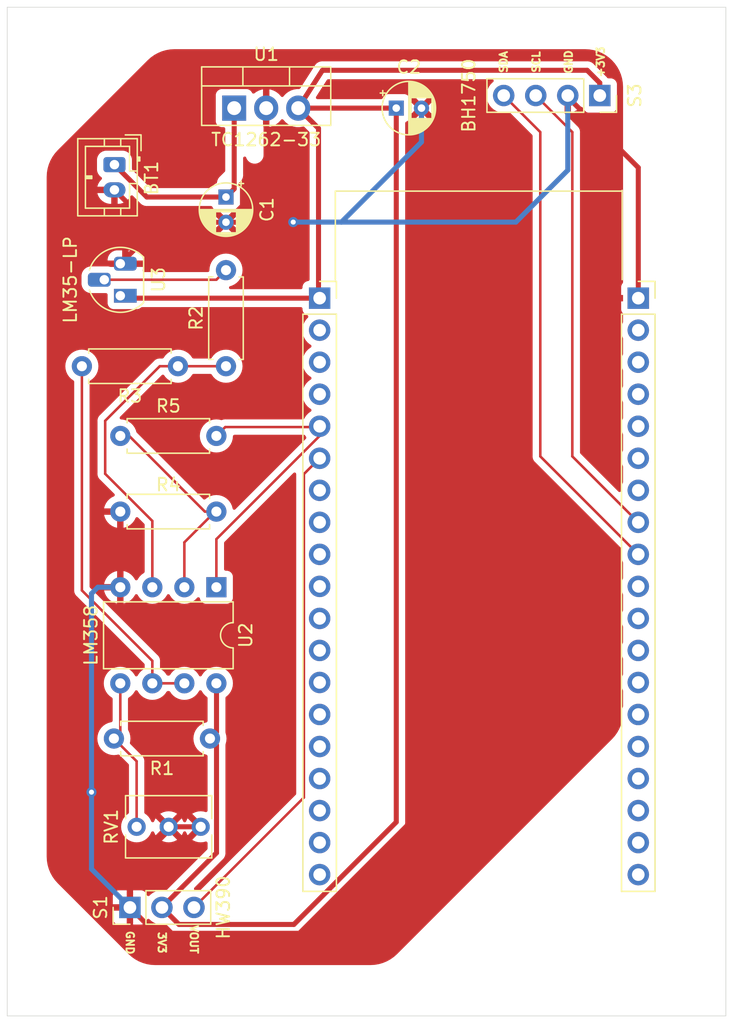
<source format=kicad_pcb>
(kicad_pcb (version 20211014) (generator pcbnew)
  (layers (0 "F.Cu" signal) (31 "B.Cu" signal) (34 "B.Paste" user) (35 "F.Paste" user) (36 "B.SilkS" user "B.Silkscreen") (37 "F.SilkS" user "F.Silkscreen") (38 "B.Mask" user) (39 "F.Mask" user) (44 "Edge.Cuts" user))
  (net 0 "")
  (net 1 "+3V3")
  (net 2 "GND")
  (net 3 "Net-(J2-Pad9)")
  (net 4 "Net-(J2-Pad8)")
  (net 7 "Net-(R4-Pad1)")
  (net 8 "Net-(J1-Pad5)")
  (net 9 "Net-(R2-Pad1)")
  (net 10 "Net-(R3-Pad2)")
  (net 11 "Net-(R1-Pad2)")
  (net 12 "Net-(R2-Pad2)")
  (net 13 "Net-(BT1-Pad1)")
  (net 33 "Net-(J1-Pad6)")
  (footprint "Connector_PinSocket_2.54mm:PinSocket_1x19_P2.54mm_Vertical" (layer "F.Cu") (at 140.7795 72.0725)
    (fp_text reference "J1" hide)
    (fp_text value "ESP32_Devkitc_V4_L" hide)
    (fp_line (start -1.33 47.05) (end 1.33 47.05) (layer "F.SilkS") (width 0.12))
    (fp_line (start -1.33 1.27) (end -1.33 47.05) (layer "F.SilkS") (width 0.12))
    (fp_line (start 0 -1.33) (end 1.33 -1.33) (layer "F.SilkS") (width 0.12))
    (fp_line (start 1.33 -1.33) (end 1.33 0) (layer "F.SilkS") (width 0.12))
    (fp_line (start 1.33 1.27) (end 1.33 47.05) (layer "F.SilkS") (width 0.12))
    (fp_line (start -1.33 1.27) (end 1.33 1.27) (layer "F.SilkS") (width 0.12))
    (pad "1" thru_hole rect locked (at 0 0) (size 1.7 1.7) (drill 1) (layers *.Cu *.Mask) (net 1 "+3V3"))
    (pad "2" thru_hole oval locked (at 0 2.54) (size 1.7 1.7) (drill 1) (layers *.Cu *.Mask))
    (pad "3" thru_hole oval locked (at 0 5.08) (size 1.7 1.7) (drill 1) (layers *.Cu *.Mask))
    (pad "4" thru_hole oval locked (at 0 7.62) (size 1.7 1.7) (drill 1) (layers *.Cu *.Mask))
    (pad "5" thru_hole oval locked (at 0 10.16) (size 1.7 1.7) (drill 1) (layers *.Cu *.Mask) (net 8 "Net-(J1-Pad5)"))
    (pad "6" thru_hole oval locked (at 0 12.7) (size 1.7 1.7) (drill 1) (layers *.Cu *.Mask) (net 33 "Net-(J1-Pad6)"))
    (pad "7" thru_hole oval locked (at 0 15.24) (size 1.7 1.7) (drill 1) (layers *.Cu *.Mask))
    (pad "8" thru_hole oval locked (at 0 17.78) (size 1.7 1.7) (drill 1) (layers *.Cu *.Mask))
    (pad "9" thru_hole oval locked (at 0 20.32) (size 1.7 1.7) (drill 1) (layers *.Cu *.Mask))
    (pad "10" thru_hole oval locked (at 0 22.86) (size 1.7 1.7) (drill 1) (layers *.Cu *.Mask))
    (pad "11" thru_hole oval locked (at 0 25.4) (size 1.7 1.7) (drill 1) (layers *.Cu *.Mask))
    (pad "12" thru_hole oval locked (at 0 27.94) (size 1.7 1.7) (drill 1) (layers *.Cu *.Mask))
    (pad "13" thru_hole oval locked (at 0 30.48) (size 1.7 1.7) (drill 1) (layers *.Cu *.Mask))
    (pad "14" thru_hole oval locked (at 0 33.02) (size 1.7 1.7) (drill 1) (layers *.Cu *.Mask))
    (pad "15" thru_hole oval locked (at 0 35.56) (size 1.7 1.7) (drill 1) (layers *.Cu *.Mask))
    (pad "16" thru_hole oval locked (at 0 38.1) (size 1.7 1.7) (drill 1) (layers *.Cu *.Mask))
    (pad "17" thru_hole oval locked (at 0 40.64) (size 1.7 1.7) (drill 1) (layers *.Cu *.Mask))
    (pad "18" thru_hole oval locked (at 0 43.18) (size 1.7 1.7) (drill 1) (layers *.Cu *.Mask))
    (pad "19" thru_hole oval locked (at 0 45.72) (size 1.7 1.7) (drill 1) (layers *.Cu *.Mask))
  )
  (footprint "Connector_PinSocket_2.54mm:PinSocket_1x19_P2.54mm_Vertical" (layer "F.Cu") (at 166.0525 72.0725)
    (fp_text reference "J2" hide)
    (fp_text value "ESP32_Devkitc_V4_R" hide)
    (fp_line (start 1.33 1.27) (end 1.33 47.05) (layer "F.SilkS") (width 0.12))
    (fp_line (start 1.33 -1.33) (end 1.33 0) (layer "F.SilkS") (width 0.12))
    (fp_line (start -1.33 1.27) (end 1.33 1.27) (layer "F.SilkS") (width 0.12))
    (fp_line (start -1.33 1.27) (end -1.33 47.05) (layer "F.SilkS") (width 0.12))
    (fp_line (start 0 -1.33) (end 1.33 -1.33) (layer "F.SilkS") (width 0.12))
    (fp_line (start -1.33 47.05) (end 1.33 47.05) (layer "F.SilkS") (width 0.12))
    (pad "1" thru_hole rect locked (at 0 0) (size 1.7 1.7) (drill 1) (layers *.Cu *.Mask) (net 2 "GND"))
    (pad "2" thru_hole oval locked (at 0 2.54) (size 1.7 1.7) (drill 1) (layers *.Cu *.Mask))
    (pad "3" thru_hole oval locked (at 0 5.08) (size 1.7 1.7) (drill 1) (layers *.Cu *.Mask))
    (pad "4" thru_hole oval locked (at 0 7.62) (size 1.7 1.7) (drill 1) (layers *.Cu *.Mask))
    (pad "5" thru_hole oval locked (at 0 10.16) (size 1.7 1.7) (drill 1) (layers *.Cu *.Mask))
    (pad "6" thru_hole oval locked (at 0 12.7) (size 1.7 1.7) (drill 1) (layers *.Cu *.Mask))
    (pad "7" thru_hole oval locked (at 0 15.24) (size 1.7 1.7) (drill 1) (layers *.Cu *.Mask))
    (pad "8" thru_hole oval locked (at 0 17.78) (size 1.7 1.7) (drill 1) (layers *.Cu *.Mask) (net 4 "Net-(J2-Pad8)"))
    (pad "9" thru_hole oval locked (at 0 20.32) (size 1.7 1.7) (drill 1) (layers *.Cu *.Mask) (net 3 "Net-(J2-Pad9)"))
    (pad "10" thru_hole oval locked (at 0 22.86) (size 1.7 1.7) (drill 1) (layers *.Cu *.Mask))
    (pad "11" thru_hole oval locked (at 0 25.4) (size 1.7 1.7) (drill 1) (layers *.Cu *.Mask))
    (pad "12" thru_hole oval locked (at 0 27.94) (size 1.7 1.7) (drill 1) (layers *.Cu *.Mask))
    (pad "13" thru_hole oval locked (at 0 30.48) (size 1.7 1.7) (drill 1) (layers *.Cu *.Mask))
    (pad "14" thru_hole oval locked (at 0 33.02) (size 1.7 1.7) (drill 1) (layers *.Cu *.Mask))
    (pad "15" thru_hole oval locked (at 0 35.56) (size 1.7 1.7) (drill 1) (layers *.Cu *.Mask))
    (pad "16" thru_hole oval locked (at 0 38.1) (size 1.7 1.7) (drill 1) (layers *.Cu *.Mask))
    (pad "17" thru_hole oval locked (at 0 40.64) (size 1.7 1.7) (drill 1) (layers *.Cu *.Mask))
    (pad "18" thru_hole oval locked (at 0 43.18) (size 1.7 1.7) (drill 1) (layers *.Cu *.Mask))
    (pad "19" thru_hole oval locked (at 0 45.72) (size 1.7 1.7) (drill 1) (layers *.Cu *.Mask))
  )
  (footprint "Connector_JST:JST_PH_B2B-PH-K_1x02_P2.00mm_Vertical" (layer "F.Cu") (at 124.502 61.484 -90)
    (fp_text reference "BT1" (at 1.0668 -2.9464 90) (layer "F.SilkS"))
    (fp_text value "Battery")
    (fp_line (start -0.3 -1.81) (end -0.3 -2.01) (layer "F.SilkS") (width 0.12))
    (fp_line (start 3.45 -1.2) (end 1.5 -1.2) (layer "F.SilkS") (width 0.12))
    (fp_line (start -0.3 -1.91) (end -0.6 -1.91) (layer "F.SilkS") (width 0.12))
    (fp_line (start 3.45 2.3) (end 3.45 -1.2) (layer "F.SilkS") (width 0.12))
    (fp_line (start -0.3 -2.01) (end -0.6 -2.01) (layer "F.SilkS") (width 0.12))
    (fp_line (start 1.5 -1.2) (end 1.5 -1.81) (layer "F.SilkS") (width 0.12))
    (fp_line (start -1.45 -1.2) (end -1.45 2.3) (layer "F.SilkS") (width 0.12))
    (fp_line (start -1.11 -2.11) (end -2.36 -2.11) (layer "F.SilkS") (width 0.12))
    (fp_line (start 0.9 2.3) (end 0.9 1.8) (layer "F.SilkS") (width 0.12))
    (fp_line (start 4.06 -0.5) (end 3.45 -0.5) (layer "F.SilkS") (width 0.12))
    (fp_line (start -2.06 -1.81) (end -2.06 2.91) (layer "F.SilkS") (width 0.12))
    (fp_line (start -2.06 -0.5) (end -1.45 -0.5) (layer "F.SilkS") (width 0.12))
    (fp_line (start 4.06 2.91) (end 4.06 -1.81) (layer "F.SilkS") (width 0.12))
    (fp_line (start 0.5 -1.81) (end 0.5 -1.2) (layer "F.SilkS") (width 0.12))
    (fp_line (start -2.06 2.91) (end 4.06 2.91) (layer "F.SilkS") (width 0.12))
    (fp_line (start 0.9 1.8) (end 1.1 1.8) (layer "F.SilkS") (width 0.12))
    (fp_line (start 1.1 1.8) (end 1.1 2.3) (layer "F.SilkS") (width 0.12))
    (fp_line (start -0.6 -2.01) (end -0.6 -1.81) (layer "F.SilkS") (width 0.12))
    (fp_line (start 1 2.3) (end 1 1.8) (layer "F.SilkS") (width 0.12))
    (fp_line (start -2.36 -2.11) (end -2.36 -0.86) (layer "F.SilkS") (width 0.12))
    (fp_line (start 0.5 -1.2) (end -1.45 -1.2) (layer "F.SilkS") (width 0.12))
    (fp_line (start 4.06 -1.81) (end -2.06 -1.81) (layer "F.SilkS") (width 0.12))
    (fp_line (start 4.06 0.8) (end 3.45 0.8) (layer "F.SilkS") (width 0.12))
    (fp_line (start -2.06 0.8) (end -1.45 0.8) (layer "F.SilkS") (width 0.12))
    (fp_line (start -1.45 2.3) (end 3.45 2.3) (layer "F.SilkS") (width 0.12))
    (pad "1" thru_hole roundrect locked (at 0 0 270) (size 1.2 1.75) (drill 0.75) (layers *.Cu *.Mask) (roundrect_rratio 0.2083325) (net 13 "Net-(BT1-Pad1)"))
    (pad "2" thru_hole oval locked (at 2 0 270) (size 1.2 1.75) (drill 0.75) (layers *.Cu *.Mask) (net 2 "GND"))
  )
  (footprint "Package_TO_SOT_THT:TO-92_HandSolder" (layer "F.Cu") (at 124.968 71.882 90)
    (fp_text reference "U3" (at 1.27 3.032 90) (layer "F.SilkS"))
    (fp_text value "LM35-LP" (at 1.27 -3.968 90) (layer "F.SilkS"))
    (fp_line (start -0.53 1.85) (end 3.07 1.85) (layer "F.SilkS") (width 0.12))
    (fp_arc (start 2.05 -2.45) (mid 3.769931 -0.601036) (end 3.078445 1.827684) (layer "F.SilkS") (width 0.12))
    (fp_arc (start -0.541875 1.841741) (mid -1.247231 -0.581764) (end 0.45 -2.45) (layer "F.SilkS") (width 0.12))
    (pad "1" thru_hole rect locked (at 0 0 90) (size 1.1 1.8) (drill 0.75 (offset 0 0.4)) (layers *.Cu *.Mask) (net 1 "+3V3"))
    (pad "2" thru_hole roundrect locked (at 1.27 -1.27 90) (size 1.1 1.8) (drill 0.75 (offset 0 -0.4)) (layers *.Cu *.Mask) (net 12 "Net-(R2-Pad2)"))
    (pad "3" thru_hole roundrect locked (at 2.54 0 90) (size 1.1 1.8) (drill 0.75 (offset 0 0.4)) (layers *.Cu *.Mask) (net 2 "GND"))
  )
  (footprint "MountingHole:MountingHole_4.3mm_M4" (layer "F.Cu") (at 120 53)
    (fp_text reference "REF**" hide)
    (fp_text value "MountingHole_4.3mm_M4" hide)
    (pad "" np_thru_hole circle locked (at 0 0) (size 4.3 4.3) (drill 4.3) (layers *.Cu *.Mask))
  )
  (footprint "Capacitor_THT:CP_Radial_D4.0mm_P2.00mm" (layer "F.Cu") (at 133.35 64.051401 -90)
    (fp_text reference "C1" (at 1 -3.25 90) (layer "F.SilkS"))
    (fp_text value "1uF")
    (fp_line (start 2.921 -0.859) (end 2.921 0.859) (layer "F.SilkS") (width 0.12))
    (fp_line (start 2.121 0.84) (end 2.121 1.76) (layer "F.SilkS") (width 0.12))
    (fp_line (start 1.761 0.84) (end 1.761 1.94) (layer "F.SilkS") (width 0.12))
    (fp_line (start 3.041 -0.537) (end 3.041 0.537) (layer "F.SilkS") (width 0.12))
    (fp_line (start 1.44 0.84) (end 1.44 2.034) (layer "F.SilkS") (width 0.12))
    (fp_line (start 1.721 -1.954) (end 1.721 -0.84) (layer "F.SilkS") (width 0.12))
    (fp_line (start 1.801 -1.924) (end 1.801 -0.84) (layer "F.SilkS") (width 0.12))
    (fp_line (start 1.921 0.84) (end 1.921 1.87) (layer "F.SilkS") (width 0.12))
    (fp_line (start 1.961 0.84) (end 1.961 1.851) (layer "F.SilkS") (width 0.12))
    (fp_line (start 1.08 -2.079) (end 1.08 2.079) (layer "F.SilkS") (width 0.12))
    (fp_line (start 2.801 0.84) (end 2.801 1.08) (layer "F.SilkS") (width 0.12))
    (fp_line (start 1.28 0.84) (end 1.28 2.062) (layer "F.SilkS") (width 0.12))
    (fp_line (start 1.2 -2.071) (end 1.2 -0.84) (layer "F.SilkS") (width 0.12))
    (fp_line (start 2.761 0.84) (end 2.761 1.142) (layer "F.SilkS") (width 0.12))
    (fp_line (start 2.281 -1.65) (end 2.281 -0.84) (layer "F.SilkS") (width 0.12))
    (fp_line (start 1.32 0.84) (end 1.32 2.056) (layer "F.SilkS") (width 0.12))
    (fp_line (start 1.2 0.84) (end 1.2 2.071) (layer "F.SilkS") (width 0.12))
    (fp_line (start 1.52 -2.016) (end 1.52 -0.84) (layer "F.SilkS") (width 0.12))
    (fp_line (start 2.001 -1.83) (end 2.001 -0.84) (layer "F.SilkS") (width 0.12))
    (fp_line (start 1.52 0.84) (end 1.52 2.016) (layer "F.SilkS") (width 0.12))
    (fp_line (start 2.161 -1.735) (end 2.161 -0.84) (layer "F.SilkS") (width 0.12))
    (fp_line (start 1.841 0.84) (end 1.841 1.907) (layer "F.SilkS") (width 0.12))
    (fp_line (start 2.641 0.84) (end 2.641 1.304) (layer "F.SilkS") (width 0.12))
    (fp_line (start 1.761 -1.94) (end 1.761 -0.84) (layer "F.SilkS") (width 0.12))
    (fp_line (start 1.4 -2.042) (end 1.4 -0.84) (layer "F.SilkS") (width 0.12))
    (fp_line (start 2.481 -1.478) (end 2.481 -0.84) (layer "F.SilkS") (width 0.12))
    (fp_line (start 2.841 -1.013) (end 2.841 1.013) (layer "F.SilkS") (width 0.12))
    (fp_line (start 2.561 0.84) (end 2.561 1.396) (layer "F.SilkS") (width 0.12))
    (fp_line (start 2.241 0.84) (end 2.241 1.68) (layer "F.SilkS") (width 0.12))
    (fp_line (start 2.161 0.84) (end 2.161 1.735) (layer "F.SilkS") (width 0.12))
    (fp_line (start 1.56 -2.005) (end 1.56 -0.84) (layer "F.SilkS") (width 0.12))
    (fp_line (start 2.521 -1.438) (end 2.521 -0.84) (layer "F.SilkS") (width 0.12))
    (fp_line (start 2.241 -1.68) (end 2.241 -0.84) (layer "F.SilkS") (width 0.12))
    (fp_line (start 1.6 -1.994) (end 1.6 -0.84) (layer "F.SilkS") (width 0.12))
    (fp_line (start 2.201 -1.708) (end 2.201 -0.84) (layer "F.SilkS") (width 0.12))
    (fp_line (start 1.4 0.84) (end 1.4 2.042) (layer "F.SilkS") (width 0.12))
    (fp_line (start 1.921 -1.87) (end 1.921 -0.84) (layer "F.SilkS") (width 0.12))
    (fp_line (start 2.641 -1.304) (end 2.641 -0.84) (layer "F.SilkS") (width 0.12))
    (fp_line (start 2.121 -1.76) (end 2.121 -0.84) (layer "F.SilkS") (width 0.12))
    (fp_line (start 2.601 -1.351) (end 2.601 -0.84) (layer "F.SilkS") (width 0.12))
    (fp_line (start 2.401 -1.552) (end 2.401 -0.84) (layer "F.SilkS") (width 0.12))
    (fp_line (start 2.721 -1.2) (end 2.721 -0.84) (layer "F.SilkS") (width 0.12))
    (fp_line (start 2.321 0.84) (end 2.321 1.619) (layer "F.SilkS") (width 0.12))
    (fp_line (start 2.321 -1.619) (end 2.321 -0.84) (layer "F.SilkS") (width 0.12))
    (fp_line (start 2.041 0.84) (end 2.041 1.808) (layer "F.SilkS") (width 0.12))
    (fp_line (start 1.32 -2.056) (end 1.32 -0.84) (layer "F.SilkS") (width 0.12))
    (fp_line (start 2.201 0.84) (end 2.201 1.708) (layer "F.SilkS") (width 0.12))
    (fp_line (start 2.041 -1.808) (end 2.041 -0.84) (layer "F.SilkS") (width 0.12))
    (fp_line (start 1.881 -1.889) (end 1.881 -0.84) (layer "F.SilkS") (width 0.12))
    (fp_line (start 2.081 -1.785) (end 2.081 -0.84) (layer "F.SilkS") (width 0.12))
    (fp_line (start 1.841 -1.907) (end 1.841 -0.84) (layer "F.SilkS") (width 0.12))
    (fp_line (start 2.561 -1.396) (end 2.561 -0.84) (layer "F.SilkS") (width 0.12))
    (fp_line (start 1.24 -2.067) (end 1.24 -0.84) (layer "F.SilkS") (width 0.12))
    (fp_line (start 2.761 -1.142) (end 2.761 -0.84) (layer "F.SilkS") (width 0.12))
    (fp_line (start 2.401 0.84) (end 2.401 1.552) (layer "F.SilkS") (width 0.12))
    (fp_line (start 2.441 0.84) (end 2.441 1.516) (layer "F.SilkS") (width 0.12))
    (fp_line (start 2.001 0.84) (end 2.001 1.83) (layer "F.SilkS") (width 0.12))
    (fp_line (start 1.48 -2.025) (end 1.48 -0.84) (layer "F.SilkS") (width 0.12))
    (fp_line (start 1.44 -2.034) (end 1.44 -0.84) (layer "F.SilkS") (width 0.12))
    (fp_line (start 1.721 0.84) (end 1.721 1.954) (layer "F.SilkS") (width 0.12))
    (fp_line (start 1.28 -2.062) (end 1.28 -0.84) (layer "F.SilkS") (width 0.12))
    (fp_line (start 3.001 -0.664) (end 3.001 0.664) (layer "F.SilkS") (width 0.12))
    (fp_line (start 1.68 -1.968) (end 1.68 -0.84) (layer "F.SilkS") (width 0.12))
    (fp_line (start 2.281 0.84) (end 2.281 1.65) (layer "F.SilkS") (width 0.12))
    (fp_line (start 2.681 0.84) (end 2.681 1.254) (layer "F.SilkS") (width 0.12))
    (fp_line (start 1.64 -1.982) (end 1.64 -0.84) (layer "F.SilkS") (width 0.12))
    (fp_line (start 2.721 0.84) (end 2.721 1.2) (layer "F.SilkS") (width 0.12))
    (fp_line (start 1.16 -2.074) (end 1.16 2.074) (layer "F.SilkS") (width 0.12))
    (fp_line (start 2.441 -1.516) (end 2.441 -0.84) (layer "F.SilkS") (width 0.12))
    (fp_line (start 1.801 0.84) (end 1.801 1.924) (layer "F.SilkS") (width 0.12))
    (fp_line (start 2.601 0.84) (end 2.601 1.351) (layer "F.SilkS") (width 0.12))
    (fp_line (start 1.64 0.84) (end 1.64 1.982) (layer "F.SilkS") (width 0.12))
    (fp_line (start 2.361 -1.587) (end 2.361 -0.84) (layer "F.SilkS") (width 0.12))
    (fp_line (start 2.801 -1.08) (end 2.801 -0.84) (layer "F.SilkS") (width 0.12))
    (fp_line (start 1.6 0.84) (end 1.6 1.994) (layer "F.SilkS") (width 0.12))
    (fp_line (start 1.04 -2.08) (end 1.04 2.08) (layer "F.SilkS") (width 0.12))
    (fp_line (start 1.56 0.84) (end 1.56 2.005) (layer "F.SilkS") (width 0.12))
    (fp_line (start 1.961 -1.851) (end 1.961 -0.84) (layer "F.SilkS") (width 0.12))
    (fp_line (start 2.481 0.84) (end 2.481 1.478) (layer "F.SilkS") (width 0.12))
    (fp_line (start -1.069801 -1.395) (end -1.069801 -0.995) (layer "F.SilkS") (width 0.12))
    (fp_line (start 2.961 -0.768) (end 2.961 0.768) (layer "F.SilkS") (width 0.12))
    (fp_line (start 2.361 0.84) (end 2.361 1.587) (layer "F.SilkS") (width 0.12))
    (fp_line (start -1.269801 -1.195) (end -0.869801 -1.195) (layer "F.SilkS") (width 0.12))
    (fp_line (start 2.881 -0.94) (end 2.881 0.94) (layer "F.SilkS") (width 0.12))
    (fp_line (start 1.48 0.84) (end 1.48 2.025) (layer "F.SilkS") (width 0.12))
    (fp_line (start 2.081 0.84) (end 2.081 1.785) (layer "F.SilkS") (width 0.12))
    (fp_line (start 1.881 0.84) (end 1.881 1.889) (layer "F.SilkS") (width 0.12))
    (fp_line (start 1.12 -2.077) (end 1.12 2.077) (layer "F.SilkS") (width 0.12))
    (fp_line (start 1.68 0.84) (end 1.68 1.968) (layer "F.SilkS") (width 0.12))
    (fp_line (start 1.36 -2.05) (end 1.36 -0.84) (layer "F.SilkS") (width 0.12))
    (fp_line (start 2.521 0.84) (end 2.521 1.438) (layer "F.SilkS") (width 0.12))
    (fp_line (start 2.681 -1.254) (end 2.681 -0.84) (layer "F.SilkS") (width 0.12))
    (fp_line (start 1.24 0.84) (end 1.24 2.067) (layer "F.SilkS") (width 0.12))
    (fp_line (start 1 -2.08) (end 1 2.08) (layer "F.SilkS") (width 0.12))
    (fp_line (start 3.081 -0.37) (end 3.081 0.37) (layer "F.SilkS") (width 0.12))
    (fp_line (start 1.36 0.84) (end 1.36 2.05) (layer "F.SilkS") (width 0.12))
    (fp_circle (center 1 0) (end 3.12 0) (layer "F.SilkS") (width 0.12) (fill none))
    (pad "1" thru_hole rect locked (at 0 0 270) (size 1.2 1.2) (drill 0.6) (layers *.Cu *.Mask) (net 13 "Net-(BT1-Pad1)"))
    (pad "2" thru_hole circle locked (at 2 0 270) (size 1.2 1.2) (drill 0.6) (layers *.Cu *.Mask) (net 2 "GND"))
  )
  (footprint "Resistor_THT:R_Axial_DIN0207_L6.3mm_D2.5mm_P7.62mm_Horizontal" (layer "F.Cu") (at 124.968 83)
    (fp_text reference "R5" (at 3.81 -2.37) (layer "F.SilkS"))
    (fp_text value "100k")
    (fp_line (start 0.54 -1.37) (end 7.08 -1.37) (layer "F.SilkS") (width 0.12))
    (fp_line (start 7.08 1.37) (end 7.08 1.04) (layer "F.SilkS") (width 0.12))
    (fp_line (start 0.54 1.37) (end 7.08 1.37) (layer "F.SilkS") (width 0.12))
    (fp_line (start 0.54 -1.04) (end 0.54 -1.37) (layer "F.SilkS") (width 0.12))
    (fp_line (start 0.54 1.04) (end 0.54 1.37) (layer "F.SilkS") (width 0.12))
    (fp_line (start 7.08 -1.37) (end 7.08 -1.04) (layer "F.SilkS") (width 0.12))
    (pad "1" thru_hole circle locked (at 0 0) (size 1.6 1.6) (drill 0.8) (layers *.Cu *.Mask) (net 7 "Net-(R4-Pad1)"))
    (pad "2" thru_hole oval locked (at 7.62 0) (size 1.6 1.6) (drill 0.8) (layers *.Cu *.Mask) (net 8 "Net-(J1-Pad5)"))
  )
  (footprint "Capacitor_THT:CP_Radial_D4.0mm_P2.00mm" (layer "F.Cu") (at 146.855401 57)
    (fp_text reference "C2" (at 1 -3.25) (layer "F.SilkS"))
    (fp_text value "1uF")
    (fp_line (start 2.841 -1.013) (end 2.841 1.013) (layer "F.SilkS") (width 0.12))
    (fp_line (start 2.121 0.84) (end 2.121 1.76) (layer "F.SilkS") (width 0.12))
    (fp_line (start 1.24 -2.067) (end 1.24 -0.84) (layer "F.SilkS") (width 0.12))
    (fp_line (start 1.68 0.84) (end 1.68 1.968) (layer "F.SilkS") (width 0.12))
    (fp_line (start 2.161 0.84) (end 2.161 1.735) (layer "F.SilkS") (width 0.12))
    (fp_line (start 2.441 0.84) (end 2.441 1.516) (layer "F.SilkS") (width 0.12))
    (fp_line (start 2.361 -1.587) (end 2.361 -0.84) (layer "F.SilkS") (width 0.12))
    (fp_line (start 1.921 0.84) (end 1.921 1.87) (layer "F.SilkS") (width 0.12))
    (fp_line (start 2.081 -1.785) (end 2.081 -0.84) (layer "F.SilkS") (width 0.12))
    (fp_line (start 1.4 0.84) (end 1.4 2.042) (layer "F.SilkS") (width 0.12))
    (fp_line (start 1.52 -2.016) (end 1.52 -0.84) (layer "F.SilkS") (width 0.12))
    (fp_line (start 2.881 -0.94) (end 2.881 0.94) (layer "F.SilkS") (width 0.12))
    (fp_line (start 2.001 -1.83) (end 2.001 -0.84) (layer "F.SilkS") (width 0.12))
    (fp_line (start 1.64 0.84) (end 1.64 1.982) (layer "F.SilkS") (width 0.12))
    (fp_line (start 2.081 0.84) (end 2.081 1.785) (layer "F.SilkS") (width 0.12))
    (fp_line (start 1.881 -1.889) (end 1.881 -0.84) (layer "F.SilkS") (width 0.12))
    (fp_line (start 1.6 0.84) (end 1.6 1.994) (layer "F.SilkS") (width 0.12))
    (fp_line (start -1.069801 -1.395) (end -1.069801 -0.995) (layer "F.SilkS") (width 0.12))
    (fp_line (start 1.2 0.84) (end 1.2 2.071) (layer "F.SilkS") (width 0.12))
    (fp_line (start 2.601 0.84) (end 2.601 1.351) (layer "F.SilkS") (width 0.12))
    (fp_line (start 1.721 0.84) (end 1.721 1.954) (layer "F.SilkS") (width 0.12))
    (fp_line (start 1.56 -2.005) (end 1.56 -0.84) (layer "F.SilkS") (width 0.12))
    (fp_line (start 2.561 0.84) (end 2.561 1.396) (layer "F.SilkS") (width 0.12))
    (fp_line (start 2.481 0.84) (end 2.481 1.478) (layer "F.SilkS") (width 0.12))
    (fp_line (start 3.081 -0.37) (end 3.081 0.37) (layer "F.SilkS") (width 0.12))
    (fp_line (start 3.041 -0.537) (end 3.041 0.537) (layer "F.SilkS") (width 0.12))
    (fp_line (start 1.2 -2.071) (end 1.2 -0.84) (layer "F.SilkS") (width 0.12))
    (fp_line (start 1.36 0.84) (end 1.36 2.05) (layer "F.SilkS") (width 0.12))
    (fp_line (start 1.44 0.84) (end 1.44 2.034) (layer "F.SilkS") (width 0.12))
    (fp_line (start 1.881 0.84) (end 1.881 1.889) (layer "F.SilkS") (width 0.12))
    (fp_line (start 2.401 0.84) (end 2.401 1.552) (layer "F.SilkS") (width 0.12))
    (fp_line (start 2.721 0.84) (end 2.721 1.2) (layer "F.SilkS") (width 0.12))
    (fp_line (start 1.961 0.84) (end 1.961 1.851) (layer "F.SilkS") (width 0.12))
    (fp_line (start 1.761 0.84) (end 1.761 1.94) (layer "F.SilkS") (width 0.12))
    (fp_line (start 1.4 -2.042) (end 1.4 -0.84) (layer "F.SilkS") (width 0.12))
    (fp_line (start 2.201 -1.708) (end 2.201 -0.84) (layer "F.SilkS") (width 0.12))
    (fp_line (start 2.761 0.84) (end 2.761 1.142) (layer "F.SilkS") (width 0.12))
    (fp_line (start 2.801 -1.08) (end 2.801 -0.84) (layer "F.SilkS") (width 0.12))
    (fp_line (start 2.601 -1.351) (end 2.601 -0.84) (layer "F.SilkS") (width 0.12))
    (fp_line (start 1.56 0.84) (end 1.56 2.005) (layer "F.SilkS") (width 0.12))
    (fp_line (start 2.481 -1.478) (end 2.481 -0.84) (layer "F.SilkS") (width 0.12))
    (fp_line (start 1.52 0.84) (end 1.52 2.016) (layer "F.SilkS") (width 0.12))
    (fp_line (start 1.64 -1.982) (end 1.64 -0.84) (layer "F.SilkS") (width 0.12))
    (fp_line (start 1.28 0.84) (end 1.28 2.062) (layer "F.SilkS") (width 0.12))
    (fp_line (start 2.521 0.84) (end 2.521 1.438) (layer "F.SilkS") (width 0.12))
    (fp_line (start 2.521 -1.438) (end 2.521 -0.84) (layer "F.SilkS") (width 0.12))
    (fp_line (start 2.281 -1.65) (end 2.281 -0.84) (layer "F.SilkS") (width 0.12))
    (fp_line (start 2.641 -1.304) (end 2.641 -0.84) (layer "F.SilkS") (width 0.12))
    (fp_line (start 1.921 -1.87) (end 1.921 -0.84) (layer "F.SilkS") (width 0.12))
    (fp_line (start 1.721 -1.954) (end 1.721 -0.84) (layer "F.SilkS") (width 0.12))
    (fp_line (start 3.001 -0.664) (end 3.001 0.664) (layer "F.SilkS") (width 0.12))
    (fp_line (start 2.241 -1.68) (end 2.241 -0.84) (layer "F.SilkS") (width 0.12))
    (fp_line (start 2.121 -1.76) (end 2.121 -0.84) (layer "F.SilkS") (width 0.12))
    (fp_line (start 2.161 -1.735) (end 2.161 -0.84) (layer "F.SilkS") (width 0.12))
    (fp_line (start 1.961 -1.851) (end 1.961 -0.84) (layer "F.SilkS") (width 0.12))
    (fp_line (start 2.921 -0.859) (end 2.921 0.859) (layer "F.SilkS") (width 0.12))
    (fp_line (start 1 -2.08) (end 1 2.08) (layer "F.SilkS") (width 0.12))
    (fp_line (start 2.041 0.84) (end 2.041 1.808) (layer "F.SilkS") (width 0.12))
    (fp_line (start 1.801 0.84) (end 1.801 1.924) (layer "F.SilkS") (width 0.12))
    (fp_line (start 1.36 -2.05) (end 1.36 -0.84) (layer "F.SilkS") (width 0.12))
    (fp_line (start 1.841 -1.907) (end 1.841 -0.84) (layer "F.SilkS") (width 0.12))
    (fp_line (start 2.321 0.84) (end 2.321 1.619) (layer "F.SilkS") (width 0.12))
    (fp_line (start 1.28 -2.062) (end 1.28 -0.84) (layer "F.SilkS") (width 0.12))
    (fp_line (start 2.961 -0.768) (end 2.961 0.768) (layer "F.SilkS") (width 0.12))
    (fp_line (start 1.08 -2.079) (end 1.08 2.079) (layer "F.SilkS") (width 0.12))
    (fp_line (start 2.201 0.84) (end 2.201 1.708) (layer "F.SilkS") (width 0.12))
    (fp_line (start 2.041 -1.808) (end 2.041 -0.84) (layer "F.SilkS") (width 0.12))
    (fp_line (start 1.16 -2.074) (end 1.16 2.074) (layer "F.SilkS") (width 0.12))
    (fp_line (start 1.12 -2.077) (end 1.12 2.077) (layer "F.SilkS") (width 0.12))
    (fp_line (start -1.269801 -1.195) (end -0.869801 -1.195) (layer "F.SilkS") (width 0.12))
    (fp_line (start 2.361 0.84) (end 2.361 1.587) (layer "F.SilkS") (width 0.12))
    (fp_line (start 2.561 -1.396) (end 2.561 -0.84) (layer "F.SilkS") (width 0.12))
    (fp_line (start 1.68 -1.968) (end 1.68 -0.84) (layer "F.SilkS") (width 0.12))
    (fp_line (start 2.321 -1.619) (end 2.321 -0.84) (layer "F.SilkS") (width 0.12))
    (fp_line (start 2.721 -1.2) (end 2.721 -0.84) (layer "F.SilkS") (width 0.12))
    (fp_line (start 1.841 0.84) (end 1.841 1.907) (layer "F.SilkS") (width 0.12))
    (fp_line (start 1.48 -2.025) (end 1.48 -0.84) (layer "F.SilkS") (width 0.12))
    (fp_line (start 1.04 -2.08) (end 1.04 2.08) (layer "F.SilkS") (width 0.12))
    (fp_line (start 1.6 -1.994) (end 1.6 -0.84) (layer "F.SilkS") (width 0.12))
    (fp_line (start 2.641 0.84) (end 2.641 1.304) (layer "F.SilkS") (width 0.12))
    (fp_line (start 2.681 0.84) (end 2.681 1.254) (layer "F.SilkS") (width 0.12))
    (fp_line (start 1.44 -2.034) (end 1.44 -0.84) (layer "F.SilkS") (width 0.12))
    (fp_line (start 2.281 0.84) (end 2.281 1.65) (layer "F.SilkS") (width 0.12))
    (fp_line (start 1.24 0.84) (end 1.24 2.067) (layer "F.SilkS") (width 0.12))
    (fp_line (start 2.681 -1.254) (end 2.681 -0.84) (layer "F.SilkS") (width 0.12))
    (fp_line (start 1.761 -1.94) (end 1.761 -0.84) (layer "F.SilkS") (width 0.12))
    (fp_line (start 2.761 -1.142) (end 2.761 -0.84) (layer "F.SilkS") (width 0.12))
    (fp_line (start 2.001 0.84) (end 2.001 1.83) (layer "F.SilkS") (width 0.12))
    (fp_line (start 2.241 0.84) (end 2.241 1.68) (layer "F.SilkS") (width 0.12))
    (fp_line (start 2.401 -1.552) (end 2.401 -0.84) (layer "F.SilkS") (width 0.12))
    (fp_line (start 1.32 -2.056) (end 1.32 -0.84) (layer "F.SilkS") (width 0.12))
    (fp_line (start 1.48 0.84) (end 1.48 2.025) (layer "F.SilkS") (width 0.12))
    (fp_line (start 1.32 0.84) (end 1.32 2.056) (layer "F.SilkS") (width 0.12))
    (fp_line (start 1.801 -1.924) (end 1.801 -0.84) (layer "F.SilkS") (width 0.12))
    (fp_line (start 2.801 0.84) (end 2.801 1.08) (layer "F.SilkS") (width 0.12))
    (fp_line (start 2.441 -1.516) (end 2.441 -0.84) (layer "F.SilkS") (width 0.12))
    (fp_circle (center 1 0) (end 3.12 0) (layer "F.SilkS") (width 0.12) (fill none))
    (pad "1" thru_hole rect locked (at 0 0) (size 1.2 1.2) (drill 0.6) (layers *.Cu *.Mask) (net 1 "+3V3"))
    (pad "2" thru_hole circle locked (at 2 0) (size 1.2 1.2) (drill 0.6) (layers *.Cu *.Mask) (net 2 "GND"))
  )
  (footprint "Resistor_THT:R_Axial_DIN0207_L6.3mm_D2.5mm_P7.62mm_Horizontal" (layer "F.Cu") (at 132.08 107 180)
    (fp_text reference "R1" (at 3.81 -2.37) (layer "F.SilkS"))
    (fp_text value "100k")
    (fp_line (start 0.54 1.37) (end 7.08 1.37) (layer "F.SilkS") (width 0.12))
    (fp_line (start 7.08 -1.37) (end 7.08 -1.04) (layer "F.SilkS") (width 0.12))
    (fp_line (start 0.54 -1.37) (end 7.08 -1.37) (layer "F.SilkS") (width 0.12))
    (fp_line (start 0.54 -1.04) (end 0.54 -1.37) (layer "F.SilkS") (width 0.12))
    (fp_line (start 0.54 1.04) (end 0.54 1.37) (layer "F.SilkS") (width 0.12))
    (fp_line (start 7.08 1.37) (end 7.08 1.04) (layer "F.SilkS") (width 0.12))
    (pad "1" thru_hole circle locked (at 0 0 180) (size 1.6 1.6) (drill 0.8) (layers *.Cu *.Mask) (net 1 "+3V3"))
    (pad "2" thru_hole oval locked (at 7.62 0 180) (size 1.6 1.6) (drill 0.8) (layers *.Cu *.Mask) (net 11 "Net-(R1-Pad2)"))
  )
  (footprint "Resistor_THT:R_Axial_DIN0207_L6.3mm_D2.5mm_P7.62mm_Horizontal" (layer "F.Cu") (at 133.35 77.47 90)
    (fp_text reference "R2" (at 3.81 -2.37 90) (layer "F.SilkS"))
    (fp_text value "33k")
    (fp_line (start 7.08 1.37) (end 7.08 1.04) (layer "F.SilkS") (width 0.12))
    (fp_line (start 0.54 -1.37) (end 7.08 -1.37) (layer "F.SilkS") (width 0.12))
    (fp_line (start 0.54 1.04) (end 0.54 1.37) (layer "F.SilkS") (width 0.12))
    (fp_line (start 0.54 1.37) (end 7.08 1.37) (layer "F.SilkS") (width 0.12))
    (fp_line (start 0.54 -1.04) (end 0.54 -1.37) (layer "F.SilkS") (width 0.12))
    (fp_line (start 7.08 -1.37) (end 7.08 -1.04) (layer "F.SilkS") (width 0.12))
    (pad "1" thru_hole circle locked (at 0 0 90) (size 1.6 1.6) (drill 0.8) (layers *.Cu *.Mask) (net 9 "Net-(R2-Pad1)"))
    (pad "2" thru_hole oval locked (at 7.62 0 90) (size 1.6 1.6) (drill 0.8) (layers *.Cu *.Mask) (net 12 "Net-(R2-Pad2)"))
  )
  (footprint "Connector_PinSocket_2.54mm:PinSocket_1x04_P2.54mm_Vertical" (layer "F.Cu") (at 163 56 -90)
    (fp_text reference "S3" (at 0 -2.77 90) (layer "F.SilkS"))
    (fp_text value "BH1750" (at 0 10.39 90) (layer "F.SilkS"))
    (fp_line (start 1.33 1.27) (end 1.33 8.95) (layer "F.SilkS") (width 0.12))
    (fp_line (start -1.33 8.95) (end 1.33 8.95) (layer "F.SilkS") (width 0.12))
    (fp_line (start -1.33 1.27) (end -1.33 8.95) (layer "F.SilkS") (width 0.12))
    (fp_line (start 0 -1.33) (end 1.33 -1.33) (layer "F.SilkS") (width 0.12))
    (fp_line (start 1.33 -1.33) (end 1.33 0) (layer "F.SilkS") (width 0.12))
    (fp_line (start -1.33 1.27) (end 1.33 1.27) (layer "F.SilkS") (width 0.12))
    (pad "1" thru_hole rect locked (at 0 0 270) (size 1.7 1.7) (drill 1) (layers *.Cu *.Mask) (net 1 "+3V3"))
    (pad "2" thru_hole oval locked (at 0 2.54 270) (size 1.7 1.7) (drill 1) (layers *.Cu *.Mask) (net 2 "GND"))
    (pad "3" thru_hole oval locked (at 0 5.08 270) (size 1.7 1.7) (drill 1) (layers *.Cu *.Mask) (net 4 "Net-(J2-Pad8)"))
    (pad "4" thru_hole oval locked (at 0 7.62 270) (size 1.7 1.7) (drill 1) (layers *.Cu *.Mask) (net 3 "Net-(J2-Pad9)"))
  )
  (footprint "Resistor_THT:R_Axial_DIN0207_L6.3mm_D2.5mm_P7.62mm_Horizontal" (layer "F.Cu") (at 129.54 77.47 180)
    (fp_text reference "R3" (at 3.81 -2.37) (layer "F.SilkS"))
    (fp_text value "100k")
    (fp_line (start 0.54 -1.37) (end 7.08 -1.37) (layer "F.SilkS") (width 0.12))
    (fp_line (start 0.54 -1.04) (end 0.54 -1.37) (layer "F.SilkS") (width 0.12))
    (fp_line (start 0.54 1.37) (end 7.08 1.37) (layer "F.SilkS") (width 0.12))
    (fp_line (start 7.08 -1.37) (end 7.08 -1.04) (layer "F.SilkS") (width 0.12))
    (fp_line (start 0.54 1.04) (end 0.54 1.37) (layer "F.SilkS") (width 0.12))
    (fp_line (start 7.08 1.37) (end 7.08 1.04) (layer "F.SilkS") (width 0.12))
    (pad "1" thru_hole circle locked (at 0 0 180) (size 1.6 1.6) (drill 0.8) (layers *.Cu *.Mask) (net 9 "Net-(R2-Pad1)"))
    (pad "2" thru_hole oval locked (at 7.62 0 180) (size 1.6 1.6) (drill 0.8) (layers *.Cu *.Mask) (net 10 "Net-(R3-Pad2)"))
  )
  (footprint "Package_TO_SOT_THT:TO-220-3_Vertical" (layer "F.Cu") (at 134 57)
    (fp_text reference "U1" (at 2.54 -4.27) (layer "F.SilkS"))
    (fp_text value "TC1262-33" (at 2.54 2.5) (layer "F.SilkS"))
    (fp_line (start -2.58 -3.27) (end 7.66 -3.27) (layer "F.SilkS") (width 0.12))
    (fp_line (start 7.66 -3.27) (end 7.66 1.371) (layer "F.SilkS") (width 0.12))
    (fp_line (start 0.69 -3.27) (end 0.69 -1.76) (layer "F.SilkS") (width 0.12))
    (fp_line (start -2.58 1.371) (end 7.66 1.371) (layer "F.SilkS") (width 0.12))
    (fp_line (start -2.58 -1.76) (end 7.66 -1.76) (layer "F.SilkS") (width 0.12))
    (fp_line (start -2.58 -3.27) (end -2.58 1.371) (layer "F.SilkS") (width 0.12))
    (fp_line (start 4.391 -3.27) (end 4.391 -1.76) (layer "F.SilkS") (width 0.12))
    (pad "1" thru_hole rect locked (at 0 0) (size 1.905 2) (drill 1.1) (layers *.Cu *.Mask) (net 13 "Net-(BT1-Pad1)"))
    (pad "2" thru_hole oval locked (at 2.54 0) (size 1.905 2) (drill 1.1) (layers *.Cu *.Mask) (net 2 "GND"))
    (pad "3" thru_hole oval locked (at 5.08 0) (size 1.905 2) (drill 1.1) (layers *.Cu *.Mask) (net 1 "+3V3"))
  )
  (footprint "Package_DIP:DIP-8_W7.62mm" (layer "F.Cu") (at 132.588 95 -90)
    (fp_text reference "U2" (at 3.81 -2.33 90) (layer "F.SilkS"))
    (fp_text value "LM358" (at 3.81 9.95 90) (layer "F.SilkS"))
    (fp_line (start 6.46 8.95) (end 6.46 -1.33) (layer "F.SilkS") (width 0.12))
    (fp_line (start 2.81 -1.33) (end 1.16 -1.33) (layer "F.SilkS") (width 0.12))
    (fp_line (start 1.16 -1.33) (end 1.16 8.95) (layer "F.SilkS") (width 0.12))
    (fp_line (start 1.16 8.95) (end 6.46 8.95) (layer "F.SilkS") (width 0.12))
    (fp_line (start 6.46 -1.33) (end 4.81 -1.33) (layer "F.SilkS") (width 0.12))
    (fp_arc (start 4.81 -1.33) (mid 3.81 -0.33) (end 2.81 -1.33) (layer "F.SilkS") (width 0.12))
    (pad "1" thru_hole rect locked (at 0 0 270) (size 1.6 1.6) (drill 0.8) (layers *.Cu *.Mask) (net 8 "Net-(J1-Pad5)"))
    (pad "2" thru_hole oval locked (at 0 2.54 270) (size 1.6 1.6) (drill 0.8) (layers *.Cu *.Mask) (net 7 "Net-(R4-Pad1)"))
    (pad "3" thru_hole oval locked (at 0 5.08 270) (size 1.6 1.6) (drill 0.8) (layers *.Cu *.Mask) (net 9 "Net-(R2-Pad1)"))
    (pad "4" thru_hole oval locked (at 0 7.62 270) (size 1.6 1.6) (drill 0.8) (layers *.Cu *.Mask) (net 2 "GND"))
    (pad "5" thru_hole oval locked (at 7.62 7.62 270) (size 1.6 1.6) (drill 0.8) (layers *.Cu *.Mask) (net 11 "Net-(R1-Pad2)"))
    (pad "6" thru_hole oval locked (at 7.62 5.08 270) (size 1.6 1.6) (drill 0.8) (layers *.Cu *.Mask) (net 10 "Net-(R3-Pad2)"))
    (pad "7" thru_hole oval locked (at 7.62 2.54 270) (size 1.6 1.6) (drill 0.8) (layers *.Cu *.Mask) (net 10 "Net-(R3-Pad2)"))
    (pad "8" thru_hole oval locked (at 7.62 0 270) (size 1.6 1.6) (drill 0.8) (layers *.Cu *.Mask) (net 1 "+3V3"))
  )
  (footprint "MountingHole:MountingHole_4.3mm_M4" (layer "F.Cu") (at 169 125)
    (fp_text reference "REF**" hide)
    (fp_text value "MountingHole_4.3mm_M4" hide)
    (pad "" np_thru_hole circle locked (at 0 0) (size 4.3 4.3) (drill 4.3) (layers *.Cu *.Mask))
  )
  (footprint "Connector_PinHeader_2.54mm:PinHeader_1x03_P2.54mm_Vertical" (layer "F.Cu") (at 125.73 120.396 90)
    (fp_text reference "S1" (at 0 -2.33 90) (layer "F.SilkS"))
    (fp_text value "HW390" (at 0 7.41 90) (layer "F.SilkS"))
    (fp_line (start -1.33 -1.33) (end 0 -1.33) (layer "F.SilkS") (width 0.12))
    (fp_line (start -1.33 1.27) (end -1.33 6.41) (layer "F.SilkS") (width 0.12))
    (fp_line (start -1.33 1.27) (end 1.33 1.27) (layer "F.SilkS") (width 0.12))
    (fp_line (start -1.33 0) (end -1.33 -1.33) (layer "F.SilkS") (width 0.12))
    (fp_line (start -1.33 6.41) (end 1.33 6.41) (layer "F.SilkS") (width 0.12))
    (fp_line (start 1.33 1.27) (end 1.33 6.41) (layer "F.SilkS") (width 0.12))
    (pad "1" thru_hole rect locked (at 0 0 90) (size 1.7 1.7) (drill 1) (layers *.Cu *.Mask) (net 2 "GND"))
    (pad "2" thru_hole oval locked (at 0 2.54 90) (size 1.7 1.7) (drill 1) (layers *.Cu *.Mask) (net 1 "+3V3"))
    (pad "3" thru_hole oval locked (at 0 5.08 90) (size 1.7 1.7) (drill 1) (layers *.Cu *.Mask) (net 33 "Net-(J1-Pad6)"))
  )
  (footprint "MountingHole:MountingHole_4.3mm_M4" (layer "F.Cu") (at 120 125)
    (fp_text reference "REF**" hide)
    (fp_text value "MountingHole_4.3mm_M4" hide)
    (pad "" np_thru_hole circle locked (at 0 0) (size 4.3 4.3) (drill 4.3) (layers *.Cu *.Mask))
  )
  (footprint "Potentiometer_THT:Potentiometer_Vishay_T73XW_Horizontal" (layer "F.Cu") (at 126.263 114 90)
    (fp_text reference "RV1" (at 0 -2.01 90) (layer "F.SilkS"))
    (fp_text value "100k")
    (fp_line (start -2.47 -0.88) (end -0.65 -0.88) (layer "F.SilkS") (width 0.12))
    (fp_line (start -2.47 -0.88) (end -2.47 5.96) (layer "F.SilkS") (width 0.12))
    (fp_line (start -2.47 5.96) (end -0.65 5.96) (layer "F.SilkS") (width 0.12))
    (fp_line (start 0.65 -0.88) (end 2.47 -0.88) (layer "F.SilkS") (width 0.12))
    (fp_line (start 2.47 -0.88) (end 2.47 5.96) (layer "F.SilkS") (width 0.12))
    (fp_line (start 0.65 5.96) (end 2.47 5.96) (layer "F.SilkS") (width 0.12))
    (pad "1" thru_hole circle locked (at 0 0 90) (size 1.44 1.44) (drill 0.8) (layers *.Cu *.Mask) (net 11 "Net-(R1-Pad2)"))
    (pad "2" thru_hole circle locked (at 0 2.54 90) (size 1.44 1.44) (drill 0.8) (layers *.Cu *.Mask) (net 2 "GND"))
    (pad "3" thru_hole circle locked (at 0 5.08 90) (size 1.44 1.44) (drill 0.8) (layers *.Cu *.Mask) (net 2 "GND"))
  )
  (footprint "Resistor_THT:R_Axial_DIN0207_L6.3mm_D2.5mm_P7.62mm_Horizontal" (layer "F.Cu") (at 132.588 89 180)
    (fp_text reference "R4" (at 3.81 2.132) (layer "F.SilkS"))
    (fp_text value "33k")
    (fp_line (start 0.54 -1.37) (end 7.08 -1.37) (layer "F.SilkS") (width 0.12))
    (fp_line (start 0.54 1.37) (end 7.08 1.37) (layer "F.SilkS") (width 0.12))
    (fp_line (start 7.08 1.37) (end 7.08 1.04) (layer "F.SilkS") (width 0.12))
    (fp_line (start 7.08 -1.37) (end 7.08 -1.04) (layer "F.SilkS") (width 0.12))
    (fp_line (start 0.54 -1.04) (end 0.54 -1.37) (layer "F.SilkS") (width 0.12))
    (fp_line (start 0.54 1.04) (end 0.54 1.37) (layer "F.SilkS") (width 0.12))
    (pad "1" thru_hole circle locked (at 0 0 180) (size 1.6 1.6) (drill 0.8) (layers *.Cu *.Mask) (net 7 "Net-(R4-Pad1)"))
    (pad "2" thru_hole oval locked (at 7.62 0 180) (size 1.6 1.6) (drill 0.8) (layers *.Cu *.Mask) (net 2 "GND"))
  )
  (footprint "MountingHole:MountingHole_4.3mm_M4" (layer "F.Cu") (at 169 53)
    (fp_text reference "REF**" hide)
    (fp_text value "MountingHole_4.3mm_M4" hide)
    (pad "" np_thru_hole circle locked (at 0 0) (size 4.3 4.3) (drill 4.3) (layers *.Cu *.Mask))
  )
  (gr_line (start 142.025 63.5825) (end 164.775 63.5825) (layer "F.SilkS") (width 0.12))
  (gr_line (start 164.775 63.525) (end 164.775 70.6) (layer "F.SilkS") (width 0.12))
  (gr_line (start 142.025 70.6) (end 142.025 63.5825) (layer "F.SilkS") (width 0.12))
  (gr_line (start 116 129) (end 173 129) (layer "Edge.Cuts") (width 0.05))
  (gr_line (start 173 49) (end 173 129) (layer "Edge.Cuts") (width 0.05))
  (gr_line (start 116 49) (end 173 49) (layer "Edge.Cuts") (width 0.05))
  (gr_line (start 116 49) (end 116 129) (layer "Edge.Cuts") (width 0.05))
  (gr_text "GND" (at 160.528 53.34 90) (layer "F.SilkS") (effects (font (size 0.6 0.6))))
  (gr_text "+3V3" (at 163.068 53.34 90) (layer "F.SilkS") (effects (font (size 0.6 0.6))))
  (gr_text "SCL" (at 157.9626 53.34 90) (layer "F.SilkS") (effects (font (size 0.6 0.6))))
  (gr_text "SDA" (at 155.3718 53.34 90) (layer "F.SilkS") (effects (font (size 0.6 0.6))))
  (gr_text "GND" (at 125.73 123.19 270) (layer "F.SilkS") (effects (font (size 0.6 0.6))))
  (gr_text "3V3\n" (at 128.27 123.19 270) (layer "F.SilkS") (effects (font (size 0.6 0.6))))
  (gr_text "VOUT\n" (at 130.81 122.936 270) (layer "F.SilkS") (effects (font (size 0.6 0.6))))
  (segment (start 139.08 57) (end 140.69 58.61) (width 0.4) (layer "F.Cu") (net 1))
  (segment (start 146.855401 113.625097) (end 138.734987 121.745511) (width 0.4) (layer "F.Cu") (net 1))
  (segment (start 132.598 106.482) (end 132.598 102.63) (width 0.4) (layer "F.Cu") (net 1))
  (segment (start 129.619511 121.745511) (end 128.27 120.396) (width 0.4) (layer "F.Cu") (net 1))
  (segment (start 132.598 102.63) (end 132.588 102.62) (width 0.4) (layer "F.Cu") (net 1))
  (segment (start 125.1585 72.0725) (end 140.7795 72.0725) (width 0.4) (layer "F.Cu") (net 1))
  (segment (start 132.598 107.518) (end 132.08 107) (width 0.4) (layer "F.Cu") (net 1))
  (segment (start 163 55) (end 162 54) (width 0.4) (layer "F.Cu") (net 1))
  (segment (start 141 54) (end 139.08 57) (width 0.4) (layer "F.Cu") (net 1))
  (segment (start 163 56) (end 163 55) (width 0.4) (layer "F.Cu") (net 1))
  (segment (start 124.968 71.882) (end 125.1585 72.0725) (width 0.4) (layer "F.Cu") (net 1))
  (segment (start 132.08 107) (end 132.598 106.482) (width 0.4) (layer "F.Cu") (net 1))
  (segment (start 146.855401 57) (end 139.08 57) (width 0.4) (layer "F.Cu") (net 1))
  (segment (start 128.27 120.396) (end 132.598 116.068) (width 0.4) (layer "F.Cu") (net 1))
  (segment (start 138.734987 121.745511) (end 129.619511 121.745511) (width 0.4) (layer "F.Cu") (net 1))
  (segment (start 140.69 71.983) (end 140.7795 72.0725) (width 0.4) (layer "F.Cu") (net 1))
  (segment (start 140.69 58.61) (end 140.69 71.983) (width 0.4) (layer "F.Cu") (net 1))
  (segment (start 162 54) (end 141 54) (width 0.4) (layer "F.Cu") (net 1))
  (segment (start 146.855401 57) (end 146.855401 113.625097) (width 0.4) (layer "F.Cu") (net 1))
  (segment (start 132.598 116.068) (end 132.598 107.518) (width 0.4) (layer "F.Cu") (net 1))
  (segment (start 124.968 95) (end 124.968 89) (width 0.4) (layer "F.Cu") (net 2))
  (segment (start 133.35 66.051401) (end 136.54 62.861401) (width 0.4) (layer "F.Cu") (net 2))
  (segment (start 139.174978 122.445022) (end 148.855401 112.764599) (width 0.4) (layer "F.Cu") (net 2))
  (segment (start 128.803 114.29) (end 128.803 114) (width 0.4) (layer "F.Cu") (net 2))
  (segment (start 128.803 114) (end 131.343 114) (width 0.4) (layer "F.Cu") (net 2))
  (segment (start 148.855401 112.764599) (end 148.855401 57) (width 0.4) (layer "F.Cu") (net 2))
  (segment (start 125.73 120.396) (end 125.73 117.363) (width 0.4) (layer "F.Cu") (net 2))
  (segment (start 127.779022 122.445022) (end 139.174978 122.445022) (width 0.4) (layer "F.Cu") (net 2))
  (segment (start 138.672599 66.051401) (end 138.684 66.04) (width 0.4) (layer "F.Cu") (net 2))
  (segment (start 166.0525 61.7175) (end 160.46 56.125) (width 0.4) (layer "F.Cu") (net 2))
  (segment (start 127.069401 67.240599) (end 127.069401 66.051401) (width 0.4) (layer "F.Cu") (net 2))
  (segment (start 160.46 56.125) (end 160.46 56) (width 0.4) (layer "F.Cu") (net 2))
  (segment (start 166.0525 72.0725) (end 166.0525 61.7175) (width 0.4) (layer "F.Cu") (net 2))
  (segment (start 136.54 62.861401) (end 136.54 57) (width 0.4) (layer "F.Cu") (net 2))
  (segment (start 125.73 120.396) (end 127.779022 122.445022) (width 0.4) (layer "F.Cu") (net 2))
  (segment (start 133.35 66.051401) (end 138.672599 66.051401) (width 0.4) (layer "F.Cu") (net 2))
  (segment (start 125.73 117.363) (end 128.803 114.29) (width 0.4) (layer "F.Cu") (net 2))
  (segment (start 124.502 63.484) (end 127.069401 66.051401) (width 0.4) (layer "F.Cu") (net 2))
  (segment (start 124.968 69.342) (end 127.069401 67.240599) (width 0.4) (layer "F.Cu") (net 2))
  (segment (start 127.069401 66.051401) (end 133.35 66.051401) (width 0.4) (layer "F.Cu") (net 2))
  (via (at 122.682 111.252) (size 0.8) (drill 0.4) (layers "F.Cu" "B.Cu") (net 2))
  (via (at 138.684 66.04) (size 0.8) (drill 0.4) (layers "F.Cu" "B.Cu") (net 2))
  (segment (start 156.345 66.04) (end 142.505401 66.04) (width 0.4) (layer "B.Cu") (net 2))
  (segment (start 125.73 120.396) (end 122.682 117.348) (width 0.4) (layer "B.Cu") (net 2))
  (segment (start 160.46 56) (end 160.46 61.925) (width 0.4) (layer "B.Cu") (net 2))
  (segment (start 123.186 95) (end 122.682 95.504) (width 0.4) (layer "B.Cu") (net 2))
  (segment (start 142.505401 66.04) (end 148.855401 59.69) (width 0.4) (layer "B.Cu") (net 2))
  (segment (start 160.46 61.925) (end 156.345 66.04) (width 0.4) (layer "B.Cu") (net 2))
  (segment (start 148.855401 59.69) (end 148.855401 57) (width 0.4) (layer "B.Cu") (net 2))
  (segment (start 124.968 95) (end 123.186 95) (width 0.4) (layer "B.Cu") (net 2))
  (segment (start 122.682 117.348) (end 122.682 111.252) (width 0.4) (layer "B.Cu") (net 2))
  (segment (start 122.682 95.504) (end 122.682 111.252) (width 0.4) (layer "B.Cu") (net 2))
  (segment (start 138.684 66.04) (end 142.505401 66.04) (width 0.4) (layer "B.Cu") (net 2))
  (segment (start 158.28 58.9) (end 155.38 56) (width 0.2) (layer "F.Cu") (net 3))
  (segment (start 166.0525 92.3925) (end 158.28 84.62) (width 0.2) (layer "F.Cu") (net 3))
  (segment (start 158.28 84.62) (end 158.28 58.9) (width 0.2) (layer "F.Cu") (net 3))
  (segment (start 160.82 58.9) (end 157.92 56) (width 0.2) (layer "F.Cu") (net 4))
  (segment (start 160.82 84.62) (end 160.82 58.9) (width 0.2) (layer "F.Cu") (net 4))
  (segment (start 166.0525 89.8525) (end 160.82 84.62) (width 0.2) (layer "F.Cu") (net 4))
  (segment (start 125.672 83) (end 131.672 89) (width 0.2) (layer "F.Cu") (net 7))
  (segment (start 130.048 95) (end 130.048 91.44) (width 0.2) (layer "F.Cu") (net 7))
  (segment (start 124.968 83) (end 125.672 83) (width 0.2) (layer "F.Cu") (net 7))
  (segment (start 131.672 89) (end 132.588 89) (width 0.2) (layer "F.Cu") (net 7))
  (segment (start 130.048 91.44) (end 132.488 89) (width 0.2) (layer "F.Cu") (net 7))
  (segment (start 133.292 82.296) (end 140.716 82.296) (width 0.2) (layer "F.Cu") (net 8))
  (segment (start 132.588 91.186) (end 140.7795 82.9945) (width 0.2) (layer "F.Cu") (net 8))
  (segment (start 132.588 95) (end 132.588 91.186) (width 0.2) (layer "F.Cu") (net 8))
  (segment (start 140.7795 82.9945) (end 140.7795 82.2325) (width 0.2) (layer "F.Cu") (net 8))
  (segment (start 140.716 82.296) (end 140.7795 82.2325) (width 0.2) (layer "F.Cu") (net 8))
  (segment (start 132.588 83) (end 133.292 82.296) (width 0.2) (layer "F.Cu") (net 8))
  (segment (start 128.097634 77.47) (end 123.768489 81.799145) (width 0.2) (layer "F.Cu") (net 9))
  (segment (start 127.508 89.743634) (end 127.508 95) (width 0.2) (layer "F.Cu") (net 9))
  (segment (start 129.54 77.47) (end 128.097634 77.47) (width 0.2) (layer "F.Cu") (net 9))
  (segment (start 123.768489 81.799145) (end 123.768489 86.004123) (width 0.2) (layer "F.Cu") (net 9))
  (segment (start 129.54 77.47) (end 133.35 77.47) (width 0.2) (layer "F.Cu") (net 9))
  (segment (start 123.768489 86.004123) (end 127.508 89.743634) (width 0.2) (layer "F.Cu") (net 9))
  (segment (start 121.92 95.25) (end 127.508 100.838) (width 0.2) (layer "F.Cu") (net 10))
  (segment (start 127.508 100.838) (end 127.508 102.62) (width 0.2) (layer "F.Cu") (net 10))
  (segment (start 127.508 102.62) (end 130.048 102.62) (width 0.2) (layer "F.Cu") (net 10))
  (segment (start 121.92 77.47) (end 121.92 95.25) (width 0.2) (layer "F.Cu") (net 10))
  (segment (start 126.263 114) (end 126.263 108.803) (width 0.2) (layer "F.Cu") (net 11))
  (segment (start 126.263 108.803) (end 124.46 107) (width 0.2) (layer "F.Cu") (net 11))
  (segment (start 124.968 102.62) (end 124.968 106.492) (width 0.2) (layer "F.Cu") (net 11))
  (segment (start 124.968 106.492) (end 124.46 107) (width 0.2) (layer "F.Cu") (net 11))
  (segment (start 132.588 70.612) (end 133.35 69.85) (width 0.2) (layer "F.Cu") (net 12))
  (segment (start 123.698 70.612) (end 132.588 70.612) (width 0.2) (layer "F.Cu") (net 12))
  (segment (start 127.069401 64.051401) (end 133.35 64.051401) (width 0.4) (layer "F.Cu") (net 13))
  (segment (start 124.502 61.484) (end 127.069401 64.051401) (width 0.4) (layer "F.Cu") (net 13))
  (segment (start 134 63.401401) (end 133.35 64.051401) (width 0.4) (layer "F.Cu") (net 13))
  (segment (start 134 57) (end 134 63.401401) (width 0.4) (layer "F.Cu") (net 13))
  (segment (start 139.529989 111.676011) (end 139.529989 86.022011) (width 0.2) (layer "F.Cu") (net 33))
  (segment (start 139.529989 86.022011) (end 140.7795 84.7725) (width 0.2) (layer "F.Cu") (net 33))
  (segment (start 130.81 120.396) (end 139.529989 111.676011) (width 0.2) (layer "F.Cu") (net 33))
  (zone (net 2) (net_name "GND") (layer "F.Cu") (connect_pads (clearance 0.508)) (min_thickness 0.254) (fill yes (thermal_gap 0.508) (thermal_bridge_width 0.508) (smoothing fillet) (radius 3))
    (polygon (pts (xy 164.846 106.172) (xy 146.05 124.968) (xy 126.492 124.968) (xy 119.126 117.602) (xy 119.126 61.214) (xy 128.016 52.324) (xy 164.846 52.324)))
  )
)
</source>
